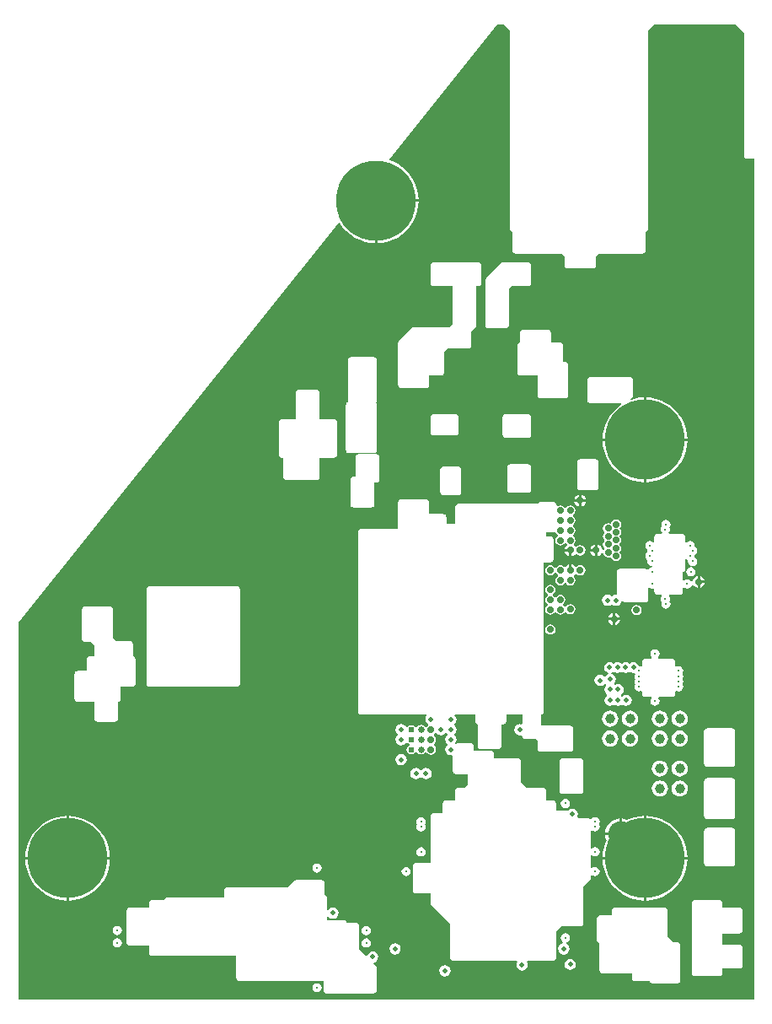
<source format=gtl>
G04*
G04 #@! TF.GenerationSoftware,Altium Limited,Altium Designer,20.1.7 (139)*
G04*
G04 Layer_Physical_Order=1*
G04 Layer_Color=255*
%FSLAX43Y43*%
%MOMM*%
G71*
G04*
G04 #@! TF.SameCoordinates,AD239F26-5203-4AEB-AFEB-DC15D5A8AAEF*
G04*
G04*
G04 #@! TF.FilePolarity,Positive*
G04*
G01*
G75*
%ADD20C,0.655*%
%ADD21C,0.605*%
%ADD22C,0.500*%
%ADD23C,0.705*%
%ADD24C,1.000*%
%ADD25C,8.000*%
%ADD26C,2.600*%
%ADD27C,0.300*%
%ADD28C,0.705*%
G36*
X9944Y82873D02*
Y70500D01*
X9967Y70383D01*
X10034Y70284D01*
X10133Y70217D01*
X10250Y70194D01*
X10944D01*
X10944Y-14194D01*
X-62944D01*
Y23643D01*
X-30793Y63790D01*
X-30635Y63784D01*
X-30382Y63405D01*
X-30014Y62986D01*
X-29595Y62618D01*
X-29132Y62308D01*
X-28631Y62061D01*
X-28103Y61882D01*
X-27556Y61773D01*
X-27127Y61745D01*
Y66000D01*
X-27000D01*
Y66127D01*
X-22745D01*
X-22773Y66556D01*
X-22882Y67103D01*
X-23061Y67631D01*
X-23308Y68132D01*
X-23618Y68595D01*
X-23986Y69014D01*
X-24405Y69382D01*
X-24868Y69692D01*
X-25369Y69939D01*
X-25634Y70029D01*
X-25678Y70178D01*
X-14853Y83694D01*
X-14127D01*
X-13556Y83123D01*
Y63250D01*
X-13556Y63250D01*
X-13533Y63133D01*
X-13466Y63034D01*
X-13306Y62873D01*
Y61000D01*
X-13283Y60883D01*
X-13216Y60784D01*
X-13117Y60717D01*
X-13000Y60694D01*
X-8377D01*
X-8056Y60373D01*
Y59500D01*
X-8033Y59383D01*
X-7966Y59284D01*
X-7867Y59217D01*
X-7750Y59194D01*
X-5250D01*
X-5133Y59217D01*
X-5034Y59284D01*
X-4967Y59383D01*
X-4944Y59500D01*
Y60373D01*
X-4623Y60694D01*
X-250D01*
X-133Y60717D01*
X-34Y60784D01*
X33Y60883D01*
X56Y61000D01*
Y62873D01*
X216Y63034D01*
X283Y63133D01*
X306Y63250D01*
X306Y63250D01*
Y83123D01*
X877Y83694D01*
X9123D01*
X9944Y82873D01*
D02*
G37*
%LPC*%
G36*
X-22745Y65873D02*
X-26873D01*
Y61745D01*
X-26444Y61773D01*
X-25897Y61882D01*
X-25369Y62061D01*
X-24868Y62308D01*
X-24405Y62618D01*
X-23986Y62986D01*
X-23618Y63405D01*
X-23308Y63868D01*
X-23061Y64369D01*
X-22882Y64897D01*
X-22773Y65444D01*
X-22745Y65873D01*
D02*
G37*
G36*
X-11750Y59806D02*
X-14250D01*
X-14367Y59783D01*
X-14466Y59716D01*
X-14466Y59716D01*
X-15966Y58216D01*
X-16033Y58117D01*
X-16056Y58000D01*
X-16056Y58000D01*
Y53500D01*
X-16033Y53383D01*
X-15966Y53284D01*
X-15867Y53217D01*
X-15750Y53194D01*
X-14000D01*
X-13883Y53217D01*
X-13784Y53284D01*
X-13717Y53383D01*
X-13694Y53500D01*
Y57123D01*
X-13373Y57444D01*
X-11750D01*
X-11633Y57467D01*
X-11534Y57534D01*
X-11467Y57633D01*
X-11444Y57750D01*
Y59500D01*
X-11467Y59617D01*
X-11534Y59716D01*
X-11633Y59783D01*
X-11750Y59806D01*
D02*
G37*
G36*
X-16750D02*
X-21250D01*
X-21367Y59783D01*
X-21466Y59716D01*
X-21533Y59617D01*
X-21556Y59500D01*
Y57750D01*
X-21533Y57633D01*
X-21466Y57534D01*
X-21367Y57467D01*
X-21250Y57444D01*
X-19306D01*
Y53627D01*
X-19627Y53306D01*
X-23250D01*
X-23367Y53283D01*
X-23466Y53216D01*
X-23466Y53216D01*
X-24716Y51966D01*
X-24783Y51867D01*
X-24806Y51750D01*
X-24806Y51750D01*
Y47500D01*
X-24783Y47383D01*
X-24716Y47284D01*
X-24617Y47217D01*
X-24500Y47194D01*
X-22000D01*
X-21883Y47217D01*
X-21784Y47284D01*
X-21717Y47383D01*
X-21694Y47500D01*
Y48444D01*
X-20500D01*
X-20383Y48467D01*
X-20284Y48534D01*
X-20217Y48633D01*
X-20194Y48750D01*
Y50873D01*
X-19873Y51194D01*
X-17750D01*
X-17633Y51217D01*
X-17534Y51284D01*
X-17467Y51383D01*
X-17444Y51500D01*
Y52873D01*
X-17034Y53284D01*
X-16967Y53383D01*
X-16944Y53500D01*
X-16944Y53500D01*
Y57444D01*
X-16750D01*
X-16633Y57467D01*
X-16534Y57534D01*
X-16467Y57633D01*
X-16444Y57750D01*
Y59500D01*
X-16467Y59617D01*
X-16534Y59716D01*
X-16633Y59783D01*
X-16750Y59806D01*
D02*
G37*
G36*
X-9750Y53056D02*
X-12250D01*
X-12367Y53033D01*
X-12466Y52966D01*
X-12533Y52867D01*
X-12556Y52750D01*
Y51795D01*
X-12617Y51783D01*
X-12716Y51716D01*
X-12783Y51617D01*
X-12806Y51500D01*
Y48750D01*
X-12783Y48633D01*
X-12716Y48534D01*
X-12617Y48467D01*
X-12500Y48444D01*
X-10806D01*
Y46500D01*
X-10783Y46383D01*
X-10716Y46284D01*
X-10617Y46217D01*
X-10500Y46194D01*
X-8000D01*
X-7883Y46217D01*
X-7784Y46284D01*
X-7717Y46383D01*
X-7694Y46500D01*
Y49500D01*
X-7717Y49617D01*
X-7784Y49716D01*
X-7883Y49783D01*
X-8000Y49806D01*
X-8194D01*
Y51500D01*
X-8217Y51617D01*
X-8284Y51716D01*
X-8383Y51783D01*
X-8500Y51806D01*
X-9444D01*
Y52750D01*
X-9467Y52867D01*
X-9534Y52966D01*
X-9633Y53033D01*
X-9750Y53056D01*
D02*
G37*
G36*
X-19000Y44556D02*
X-21250D01*
X-21367Y44533D01*
X-21466Y44466D01*
X-21533Y44367D01*
X-21556Y44250D01*
Y42750D01*
X-21533Y42633D01*
X-21466Y42534D01*
X-21367Y42467D01*
X-21250Y42444D01*
X-19000D01*
X-18883Y42467D01*
X-18784Y42534D01*
X-18717Y42633D01*
X-18694Y42750D01*
Y44250D01*
X-18717Y44367D01*
X-18784Y44466D01*
X-18883Y44533D01*
X-19000Y44556D01*
D02*
G37*
G36*
X-11750D02*
X-14000D01*
X-14117Y44533D01*
X-14216Y44466D01*
X-14283Y44367D01*
X-14306Y44250D01*
Y42500D01*
X-14283Y42383D01*
X-14216Y42284D01*
X-14117Y42217D01*
X-14000Y42194D01*
X-11750D01*
X-11633Y42217D01*
X-11534Y42284D01*
X-11467Y42383D01*
X-11444Y42500D01*
Y44250D01*
X-11467Y44367D01*
X-11534Y44466D01*
X-11633Y44533D01*
X-11750Y44556D01*
D02*
G37*
G36*
X127Y46255D02*
Y42127D01*
X4255D01*
X4227Y42556D01*
X4118Y43103D01*
X3939Y43631D01*
X3692Y44132D01*
X3382Y44595D01*
X3014Y45014D01*
X2595Y45382D01*
X2132Y45692D01*
X1631Y45939D01*
X1103Y46118D01*
X556Y46227D01*
X127Y46255D01*
D02*
G37*
G36*
X-1500Y48306D02*
X-5500D01*
X-5617Y48283D01*
X-5716Y48216D01*
X-5783Y48117D01*
X-5806Y48000D01*
Y46000D01*
X-5783Y45883D01*
X-5716Y45784D01*
X-5617Y45717D01*
X-5500Y45694D01*
X-2357D01*
X-2318Y45567D01*
X-2595Y45382D01*
X-3014Y45014D01*
X-3382Y44595D01*
X-3692Y44132D01*
X-3939Y43631D01*
X-4118Y43103D01*
X-4227Y42556D01*
X-4255Y42127D01*
X-127D01*
Y46255D01*
X-556Y46227D01*
X-1103Y46118D01*
X-1363Y46030D01*
X-1430Y46138D01*
X-1284Y46284D01*
X-1217Y46383D01*
X-1194Y46500D01*
X-1194Y46500D01*
Y48000D01*
X-1217Y48117D01*
X-1284Y48216D01*
X-1383Y48283D01*
X-1500Y48306D01*
D02*
G37*
G36*
X-27250Y50306D02*
X-29500D01*
X-29617Y50283D01*
X-29716Y50216D01*
X-29783Y50117D01*
X-29806Y50000D01*
Y46000D01*
X-29783Y45883D01*
X-29867Y45783D01*
X-29966Y45716D01*
X-30033Y45617D01*
X-30056Y45500D01*
Y41000D01*
X-30033Y40883D01*
X-29966Y40784D01*
X-29867Y40717D01*
X-29750Y40694D01*
X-27250D01*
X-27133Y40717D01*
X-27034Y40784D01*
X-26967Y40883D01*
X-26944Y41000D01*
Y45500D01*
X-26967Y45617D01*
X-27034Y45716D01*
Y45784D01*
X-26967Y45883D01*
X-26944Y46000D01*
Y50000D01*
X-26967Y50117D01*
X-27034Y50216D01*
X-27133Y50283D01*
X-27250Y50306D01*
D02*
G37*
G36*
X-33000Y47056D02*
X-34750D01*
X-34867Y47033D01*
X-34966Y46966D01*
X-35033Y46867D01*
X-35056Y46750D01*
Y44056D01*
X-36500D01*
X-36617Y44033D01*
X-36716Y43966D01*
X-36783Y43867D01*
X-36806Y43750D01*
Y40500D01*
X-36783Y40383D01*
X-36716Y40284D01*
X-36617Y40217D01*
X-36500Y40194D01*
X-36306D01*
Y38250D01*
X-36283Y38133D01*
X-36216Y38034D01*
X-36117Y37967D01*
X-36000Y37944D01*
X-33000D01*
X-32883Y37967D01*
X-32784Y38034D01*
X-32717Y38133D01*
X-32694Y38250D01*
Y40194D01*
X-31250D01*
X-31133Y40217D01*
X-31034Y40284D01*
X-30967Y40383D01*
X-30944Y40500D01*
Y43750D01*
X-30967Y43867D01*
X-31034Y43966D01*
X-31133Y44033D01*
X-31250Y44056D01*
X-32694D01*
Y46750D01*
X-32717Y46867D01*
X-32784Y46966D01*
X-32883Y47033D01*
X-33000Y47056D01*
D02*
G37*
G36*
X4255Y41873D02*
X127D01*
Y37745D01*
X556Y37773D01*
X1103Y37882D01*
X1631Y38061D01*
X2132Y38308D01*
X2595Y38618D01*
X3014Y38986D01*
X3382Y39405D01*
X3692Y39868D01*
X3939Y40369D01*
X4118Y40897D01*
X4227Y41444D01*
X4255Y41873D01*
D02*
G37*
G36*
X-127D02*
X-4255D01*
X-4227Y41444D01*
X-4118Y40897D01*
X-3939Y40369D01*
X-3692Y39868D01*
X-3382Y39405D01*
X-3014Y38986D01*
X-2595Y38618D01*
X-2132Y38308D01*
X-1631Y38061D01*
X-1103Y37882D01*
X-556Y37773D01*
X-127Y37745D01*
Y41873D01*
D02*
G37*
G36*
X-5000Y40056D02*
X-6500D01*
X-6617Y40033D01*
X-6716Y39966D01*
X-6783Y39867D01*
X-6806Y39750D01*
Y37250D01*
X-6783Y37133D01*
X-6716Y37034D01*
X-6617Y36967D01*
X-6500Y36944D01*
X-5000D01*
X-4883Y36967D01*
X-4784Y37034D01*
X-4717Y37133D01*
X-4694Y37250D01*
Y39750D01*
X-4717Y39867D01*
X-4784Y39966D01*
X-4883Y40033D01*
X-5000Y40056D01*
D02*
G37*
G36*
X-11750Y39556D02*
X-13500D01*
X-13617Y39533D01*
X-13716Y39466D01*
X-13783Y39367D01*
X-13806Y39250D01*
Y37000D01*
X-13783Y36883D01*
X-13716Y36784D01*
X-13617Y36717D01*
X-13500Y36694D01*
X-11750D01*
X-11633Y36717D01*
X-11534Y36784D01*
X-11467Y36883D01*
X-11444Y37000D01*
Y39250D01*
X-11467Y39367D01*
X-11534Y39466D01*
X-11633Y39533D01*
X-11750Y39556D01*
D02*
G37*
G36*
X-18750Y39306D02*
X-20250D01*
X-20367Y39283D01*
X-20466Y39216D01*
X-20533Y39117D01*
X-20556Y39000D01*
Y36750D01*
X-20533Y36633D01*
X-20466Y36534D01*
X-20367Y36467D01*
X-20250Y36444D01*
X-18750D01*
X-18633Y36467D01*
X-18534Y36534D01*
X-18467Y36633D01*
X-18444Y36750D01*
Y39000D01*
X-18467Y39117D01*
X-18534Y39216D01*
X-18633Y39283D01*
X-18750Y39306D01*
D02*
G37*
G36*
X-6373Y36493D02*
Y36027D01*
X-5907D01*
X-5929Y36137D01*
X-6063Y36337D01*
X-6263Y36471D01*
X-6373Y36493D01*
D02*
G37*
G36*
X-6627D02*
X-6737Y36471D01*
X-6937Y36337D01*
X-7071Y36137D01*
X-7093Y36027D01*
X-6627D01*
Y36493D01*
D02*
G37*
G36*
X-5907Y35773D02*
X-6373D01*
Y35307D01*
X-6263Y35329D01*
X-6063Y35463D01*
X-5929Y35663D01*
X-5907Y35773D01*
D02*
G37*
G36*
X-6627D02*
X-7093D01*
X-7071Y35663D01*
X-6937Y35463D01*
X-6737Y35329D01*
X-6627Y35307D01*
Y35773D01*
D02*
G37*
G36*
X-27000Y40556D02*
X-28750D01*
X-28867Y40533D01*
X-28966Y40466D01*
X-29033Y40367D01*
X-29056Y40250D01*
Y38306D01*
X-29250D01*
X-29367Y38283D01*
X-29466Y38216D01*
X-29533Y38117D01*
X-29556Y38000D01*
Y35500D01*
X-29533Y35383D01*
X-29466Y35284D01*
X-29367Y35217D01*
X-29250Y35194D01*
X-27500D01*
X-27383Y35217D01*
X-27284Y35284D01*
X-27217Y35383D01*
X-27194Y35500D01*
Y37694D01*
X-27000D01*
X-26883Y37717D01*
X-26784Y37784D01*
X-26717Y37883D01*
X-26694Y38000D01*
Y40250D01*
X-26717Y40367D01*
X-26784Y40466D01*
X-26883Y40533D01*
X-27000Y40556D01*
D02*
G37*
G36*
X-2900Y34015D02*
X-3097Y33976D01*
X-3264Y33864D01*
X-3376Y33697D01*
X-3390Y33622D01*
X-3427Y33607D01*
X-3528Y33581D01*
X-3700Y33615D01*
X-3897Y33576D01*
X-4064Y33464D01*
X-4176Y33297D01*
X-4215Y33100D01*
X-4176Y32903D01*
X-4064Y32736D01*
Y32664D01*
X-4176Y32497D01*
X-4215Y32300D01*
X-4176Y32103D01*
X-4101Y31992D01*
X-4074Y31900D01*
X-4101Y31808D01*
X-4176Y31697D01*
X-4215Y31500D01*
X-4176Y31303D01*
X-4064Y31136D01*
Y31064D01*
X-4157Y30924D01*
X-4270Y30931D01*
X-4289Y30938D01*
X-4329Y31137D01*
X-4463Y31337D01*
X-4663Y31471D01*
X-4773Y31493D01*
Y30900D01*
Y30307D01*
X-4663Y30329D01*
X-4463Y30463D01*
X-4335Y30654D01*
X-4297Y30658D01*
X-4203Y30643D01*
X-4176Y30503D01*
X-4064Y30336D01*
X-3897Y30224D01*
X-3700Y30185D01*
X-3519Y30221D01*
X-3472Y30217D01*
X-3381Y30179D01*
X-3376Y30153D01*
X-3264Y29986D01*
X-3097Y29874D01*
X-2900Y29835D01*
X-2703Y29874D01*
X-2536Y29986D01*
X-2424Y30153D01*
X-2385Y30350D01*
X-2424Y30547D01*
X-2536Y30714D01*
Y30736D01*
X-2424Y30903D01*
X-2385Y31100D01*
X-2424Y31297D01*
X-2536Y31464D01*
Y31586D01*
X-2424Y31753D01*
X-2385Y31950D01*
X-2424Y32147D01*
X-2536Y32314D01*
Y32386D01*
X-2424Y32553D01*
X-2385Y32750D01*
X-2424Y32947D01*
X-2536Y33114D01*
Y33136D01*
X-2424Y33303D01*
X-2385Y33500D01*
X-2424Y33697D01*
X-2536Y33864D01*
X-2703Y33976D01*
X-2900Y34015D01*
D02*
G37*
G36*
X2100Y33964D02*
X1923Y33928D01*
X1772Y33828D01*
X1672Y33677D01*
X1636Y33500D01*
X1672Y33323D01*
X1695Y33287D01*
X1622Y33177D01*
X1586Y33000D01*
X1622Y32823D01*
X1715Y32683D01*
X1702Y32630D01*
X1667Y32556D01*
X1250D01*
X1133Y32533D01*
X1034Y32466D01*
X967Y32367D01*
X944Y32250D01*
Y31783D01*
X870Y31748D01*
X817Y31735D01*
X677Y31828D01*
X500Y31864D01*
X323Y31828D01*
X172Y31728D01*
X72Y31577D01*
X36Y31400D01*
X72Y31223D01*
X172Y31072D01*
X268Y31008D01*
X236Y30850D01*
X259Y30736D01*
X172Y30678D01*
X72Y30527D01*
X36Y30350D01*
X72Y30173D01*
X172Y30022D01*
X268Y29958D01*
X236Y29800D01*
X272Y29623D01*
X372Y29472D01*
X523Y29372D01*
X700Y29336D01*
X703Y29337D01*
X778Y29275D01*
X703Y29213D01*
X700Y29214D01*
X523Y29178D01*
X372Y29078D01*
X333Y29020D01*
X216Y28966D01*
X117Y29033D01*
X0Y29056D01*
X-2500D01*
X-2617Y29033D01*
X-2716Y28966D01*
X-2783Y28867D01*
X-2806Y28750D01*
Y26700D01*
X-2799Y26666D01*
X-2798Y26631D01*
X-2788Y26608D01*
X-2783Y26583D01*
X-2774Y26570D01*
X-2792Y26522D01*
X-2842Y26464D01*
X-2854Y26457D01*
X-2900Y26466D01*
X-3116Y26423D01*
X-3300Y26300D01*
X-3350D01*
X-3534Y26423D01*
X-3750Y26466D01*
X-3966Y26423D01*
X-4150Y26300D01*
X-4273Y26116D01*
X-4316Y25900D01*
X-4273Y25684D01*
X-4150Y25500D01*
X-3966Y25377D01*
X-3750Y25334D01*
X-3534Y25377D01*
X-3350Y25500D01*
X-3300D01*
X-3116Y25377D01*
X-2900Y25334D01*
X-2684Y25377D01*
X-2500Y25500D01*
X-2377Y25684D01*
X-2362Y25762D01*
X-2312Y25789D01*
X-2252Y25801D01*
X-2225Y25797D01*
X-2216Y25784D01*
X-2187Y25764D01*
X-2162Y25740D01*
X-2138Y25732D01*
X-2117Y25717D01*
X-2083Y25711D01*
X-2050Y25698D01*
X-2025Y25699D01*
X-2000Y25694D01*
X0D01*
X117Y25717D01*
X216Y25784D01*
X283Y25883D01*
X306Y26000D01*
Y27114D01*
X433Y27181D01*
X523Y27122D01*
X700Y27086D01*
X817Y27110D01*
X944Y27025D01*
Y26750D01*
X967Y26633D01*
X1034Y26534D01*
X1133Y26467D01*
X1250Y26444D01*
X1667D01*
X1702Y26370D01*
X1715Y26317D01*
X1622Y26177D01*
X1586Y26000D01*
X1622Y25823D01*
X1695Y25713D01*
X1672Y25677D01*
X1636Y25500D01*
X1672Y25323D01*
X1772Y25172D01*
X1923Y25072D01*
X2100Y25036D01*
X2277Y25072D01*
X2428Y25172D01*
X2528Y25323D01*
X2564Y25500D01*
X2528Y25677D01*
X2455Y25787D01*
X2478Y25823D01*
X2514Y26000D01*
X2478Y26177D01*
X2385Y26317D01*
X2398Y26370D01*
X2433Y26444D01*
X3500D01*
X3617Y26467D01*
X3716Y26534D01*
X3783Y26633D01*
X3806Y26750D01*
Y27167D01*
X3880Y27202D01*
X3933Y27215D01*
X4073Y27122D01*
X4250Y27086D01*
X4427Y27122D01*
X4578Y27222D01*
X4678Y27373D01*
X4703Y27495D01*
X4799Y27509D01*
X4834Y27505D01*
X4963Y27313D01*
X5163Y27179D01*
X5273Y27157D01*
Y27750D01*
Y28343D01*
X5163Y28321D01*
X4963Y28187D01*
X4829Y27987D01*
X4788Y27780D01*
X4661Y27753D01*
X4578Y27878D01*
X4427Y27978D01*
X4250Y28014D01*
X4073Y27978D01*
X3933Y27885D01*
X3880Y27898D01*
X3806Y27933D01*
Y28705D01*
X3867Y28717D01*
X3966Y28784D01*
X4033Y28883D01*
X4056Y29000D01*
Y30005D01*
X4183Y30043D01*
X4197Y30022D01*
X4337Y29929D01*
X4311Y29800D01*
X4347Y29623D01*
X4447Y29472D01*
X4598Y29372D01*
X4775Y29336D01*
X4952Y29372D01*
X5103Y29472D01*
X5203Y29623D01*
X5239Y29800D01*
X5203Y29977D01*
X5103Y30128D01*
X4963Y30221D01*
X4989Y30350D01*
X4972Y30435D01*
X5103Y30522D01*
X5203Y30673D01*
X5239Y30850D01*
X5203Y31027D01*
X5103Y31178D01*
X4963Y31271D01*
X4989Y31400D01*
X4953Y31577D01*
X4853Y31728D01*
X4702Y31828D01*
X4525Y31864D01*
X4348Y31828D01*
X4197Y31728D01*
X4183Y31707D01*
X4056Y31745D01*
Y32250D01*
X4033Y32367D01*
X3966Y32466D01*
X3867Y32533D01*
X3750Y32556D01*
X2433D01*
X2398Y32630D01*
X2385Y32683D01*
X2478Y32823D01*
X2514Y33000D01*
X2478Y33177D01*
X2455Y33213D01*
X2528Y33323D01*
X2564Y33500D01*
X2528Y33677D01*
X2428Y33828D01*
X2277Y33928D01*
X2100Y33964D01*
D02*
G37*
G36*
X-5027Y31493D02*
X-5137Y31471D01*
X-5337Y31337D01*
X-5471Y31137D01*
X-5493Y31027D01*
X-5027D01*
Y31493D01*
D02*
G37*
G36*
X-22000Y36056D02*
X-24500D01*
X-24617Y36033D01*
X-24716Y35966D01*
X-24783Y35867D01*
X-24806Y35750D01*
Y33056D01*
X-28500D01*
X-28617Y33033D01*
X-28716Y32966D01*
X-28783Y32867D01*
X-28806Y32750D01*
Y14750D01*
X-28783Y14633D01*
X-28716Y14534D01*
X-28617Y14467D01*
X-28500Y14444D01*
X-21970D01*
X-21922Y14317D01*
X-22023Y14166D01*
X-22066Y13950D01*
X-22023Y13734D01*
X-21900Y13550D01*
X-21782Y13471D01*
X-21780Y13320D01*
X-21864Y13264D01*
X-21941Y13149D01*
X-22086Y13144D01*
X-22154Y13246D01*
X-22313Y13352D01*
X-22500Y13389D01*
X-22687Y13352D01*
X-22846Y13246D01*
X-22946Y13097D01*
X-23011Y13087D01*
X-23081Y13091D01*
X-23172Y13228D01*
X-23323Y13329D01*
X-23500Y13364D01*
X-23677Y13329D01*
X-23828Y13228D01*
X-23868Y13168D01*
X-24016Y13175D01*
X-24100Y13300D01*
X-24284Y13423D01*
X-24500Y13466D01*
X-24716Y13423D01*
X-24900Y13300D01*
X-25023Y13116D01*
X-25066Y12900D01*
X-25023Y12684D01*
X-24900Y12500D01*
X-24845Y12464D01*
Y12337D01*
X-24900Y12300D01*
X-25023Y12116D01*
X-25066Y11900D01*
X-25023Y11684D01*
X-24900Y11500D01*
X-24716Y11377D01*
X-24500Y11334D01*
X-24284Y11377D01*
X-24100Y11500D01*
X-24016Y11625D01*
X-23868Y11632D01*
X-23828Y11572D01*
X-23677Y11471D01*
X-23644Y11465D01*
Y11335D01*
X-23677Y11329D01*
X-23828Y11228D01*
X-23929Y11077D01*
X-23964Y10900D01*
X-23929Y10723D01*
X-23828Y10572D01*
X-23677Y10472D01*
X-23500Y10436D01*
X-23323Y10472D01*
X-23172Y10572D01*
X-23081Y10709D01*
X-23011Y10713D01*
X-22946Y10703D01*
X-22846Y10554D01*
X-22687Y10448D01*
X-22500Y10411D01*
X-22313Y10448D01*
X-22154Y10554D01*
X-22086Y10656D01*
X-21941Y10651D01*
X-21864Y10536D01*
X-21697Y10424D01*
X-21500Y10385D01*
X-21303Y10424D01*
X-21136Y10536D01*
X-21024Y10703D01*
X-20985Y10900D01*
X-21024Y11097D01*
X-21136Y11264D01*
X-21225Y11324D01*
Y11476D01*
X-21136Y11536D01*
X-21024Y11703D01*
X-20985Y11900D01*
X-21024Y12097D01*
X-21136Y12264D01*
X-21225Y12324D01*
Y12476D01*
X-21136Y12536D01*
X-21106Y12580D01*
X-20954D01*
X-20900Y12500D01*
X-20716Y12377D01*
X-20500Y12334D01*
X-20284Y12377D01*
X-20100Y12500D01*
X-20063Y12555D01*
X-19937D01*
X-19900Y12500D01*
X-19845Y12464D01*
Y12337D01*
X-19900Y12300D01*
X-20023Y12116D01*
X-20066Y11900D01*
X-20023Y11684D01*
X-19900Y11500D01*
X-19845Y11464D01*
Y11337D01*
X-19900Y11300D01*
X-20023Y11116D01*
X-20066Y10900D01*
X-20023Y10684D01*
X-19900Y10500D01*
X-19716Y10377D01*
X-19500Y10334D01*
X-19426Y10349D01*
X-19397Y10338D01*
X-19306Y10243D01*
Y8750D01*
X-19283Y8633D01*
X-19216Y8534D01*
X-19117Y8467D01*
X-19000Y8444D01*
X-17806D01*
Y7377D01*
X-18127Y7056D01*
X-18750D01*
X-18867Y7033D01*
X-18966Y6966D01*
X-19033Y6867D01*
X-19056Y6750D01*
Y5806D01*
X-20000D01*
X-20117Y5783D01*
X-20216Y5716D01*
X-20283Y5617D01*
X-20306Y5500D01*
Y4556D01*
X-21250D01*
X-21367Y4533D01*
X-21466Y4466D01*
X-21533Y4367D01*
X-21556Y4250D01*
Y-444D01*
X-23000D01*
X-23117Y-467D01*
X-23216Y-534D01*
X-23283Y-633D01*
X-23306Y-750D01*
Y-3250D01*
X-23283Y-3367D01*
X-23216Y-3466D01*
X-23117Y-3533D01*
X-23000Y-3556D01*
X-21556D01*
Y-4500D01*
X-21556Y-4500D01*
X-21533Y-4617D01*
X-21466Y-4716D01*
X-21466Y-4716D01*
X-19556Y-6627D01*
Y-10000D01*
X-19533Y-10117D01*
X-19466Y-10216D01*
X-19367Y-10283D01*
X-19250Y-10306D01*
X-12889D01*
X-12829Y-10418D01*
X-12873Y-10484D01*
X-12916Y-10700D01*
X-12873Y-10916D01*
X-12750Y-11100D01*
X-12566Y-11223D01*
X-12350Y-11266D01*
X-12134Y-11223D01*
X-11950Y-11100D01*
X-11827Y-10916D01*
X-11784Y-10700D01*
X-11827Y-10484D01*
X-11871Y-10418D01*
X-11811Y-10306D01*
X-9250D01*
X-9133Y-10283D01*
X-9034Y-10216D01*
X-8967Y-10117D01*
X-8944Y-10000D01*
Y-7377D01*
X-8373Y-6806D01*
X-6500D01*
X-6383Y-6783D01*
X-6284Y-6716D01*
X-6217Y-6617D01*
X-6194Y-6500D01*
Y-2877D01*
X-5534Y-2216D01*
X-5467Y-2117D01*
X-5444Y-2000D01*
X-5444Y-2000D01*
Y-1733D01*
X-5370Y-1698D01*
X-5317Y-1685D01*
X-5177Y-1778D01*
X-5000Y-1814D01*
X-4823Y-1778D01*
X-4672Y-1678D01*
X-4572Y-1527D01*
X-4536Y-1350D01*
X-4572Y-1173D01*
X-4672Y-1022D01*
X-4823Y-922D01*
X-5000Y-886D01*
X-5177Y-922D01*
X-5317Y-1015D01*
X-5370Y-1002D01*
X-5444Y-967D01*
Y267D01*
X-5370Y302D01*
X-5317Y315D01*
X-5177Y222D01*
X-5000Y186D01*
X-4823Y222D01*
X-4672Y322D01*
X-4572Y473D01*
X-4536Y650D01*
X-4572Y827D01*
X-4672Y978D01*
X-4823Y1078D01*
X-5000Y1114D01*
X-5177Y1078D01*
X-5317Y985D01*
X-5370Y998D01*
X-5444Y1033D01*
Y2767D01*
X-5370Y2802D01*
X-5317Y2815D01*
X-5177Y2722D01*
X-5000Y2686D01*
X-4823Y2722D01*
X-4672Y2822D01*
X-4572Y2973D01*
X-4536Y3150D01*
X-4572Y3327D01*
X-4620Y3400D01*
X-4572Y3473D01*
X-4536Y3650D01*
X-4572Y3827D01*
X-4672Y3978D01*
X-4823Y4078D01*
X-5000Y4114D01*
X-5177Y4078D01*
X-5328Y3978D01*
X-5360Y3930D01*
X-5511Y3932D01*
X-5534Y3966D01*
X-5633Y4033D01*
X-5750Y4056D01*
X-6728D01*
X-6788Y4168D01*
X-6777Y4184D01*
X-6734Y4400D01*
X-6777Y4616D01*
X-6900Y4800D01*
X-7084Y4923D01*
X-7300Y4966D01*
X-7516Y4923D01*
X-7700Y4800D01*
X-7702Y4796D01*
X-7750Y4806D01*
X-8944D01*
Y5500D01*
X-8967Y5617D01*
X-9034Y5716D01*
X-9133Y5783D01*
X-9250Y5806D01*
X-9944D01*
Y6750D01*
X-9967Y6867D01*
X-10034Y6966D01*
X-10133Y7033D01*
X-10250Y7056D01*
X-11873D01*
X-12444Y7627D01*
Y9750D01*
X-12467Y9867D01*
X-12534Y9966D01*
X-12633Y10033D01*
X-12750Y10056D01*
X-15194D01*
Y10500D01*
X-15217Y10617D01*
X-15284Y10716D01*
X-15383Y10783D01*
X-15500Y10806D01*
X-17194D01*
Y11250D01*
X-17217Y11367D01*
X-17284Y11466D01*
X-17383Y11533D01*
X-17500Y11556D01*
X-18750D01*
X-18770Y11552D01*
X-18791Y11553D01*
X-18828Y11540D01*
X-18867Y11533D01*
X-18884Y11521D01*
X-18904Y11514D01*
X-18934Y11488D01*
X-18966Y11466D01*
X-18978Y11449D01*
X-18984Y11444D01*
X-19055Y11450D01*
X-19071Y11544D01*
X-18977Y11684D01*
X-18934Y11900D01*
X-18977Y12116D01*
X-19100Y12300D01*
X-19155Y12337D01*
Y12464D01*
X-19100Y12500D01*
X-18977Y12684D01*
X-18934Y12900D01*
X-18977Y13116D01*
X-19100Y13300D01*
X-19155Y13337D01*
Y13464D01*
X-19100Y13500D01*
X-18977Y13684D01*
X-18934Y13900D01*
X-18977Y14116D01*
X-19100Y14300D01*
X-19126Y14317D01*
X-19087Y14444D01*
X-17056D01*
Y13750D01*
X-17033Y13633D01*
X-16966Y13534D01*
X-16867Y13467D01*
X-16806Y13455D01*
Y11250D01*
X-16783Y11133D01*
X-16716Y11034D01*
X-16617Y10967D01*
X-16500Y10944D01*
X-14750D01*
X-14633Y10967D01*
X-14534Y11034D01*
X-14467Y11133D01*
X-14444Y11250D01*
Y13444D01*
X-14250D01*
X-14133Y13467D01*
X-14034Y13534D01*
X-13967Y13633D01*
X-13944Y13750D01*
Y14444D01*
X-12306Y14444D01*
Y13545D01*
X-12433Y13442D01*
X-12550Y13466D01*
X-12766Y13423D01*
X-12950Y13300D01*
X-13073Y13116D01*
X-13116Y12900D01*
X-13073Y12684D01*
X-12950Y12500D01*
X-12766Y12377D01*
X-12550Y12334D01*
X-12433Y12358D01*
X-12306Y12255D01*
Y12250D01*
X-12283Y12133D01*
X-12216Y12034D01*
X-12117Y11967D01*
X-12000Y11944D01*
X-10904Y11944D01*
X-10806Y11846D01*
Y11000D01*
X-10783Y10883D01*
X-10716Y10784D01*
X-10617Y10717D01*
X-10500Y10694D01*
X-7500D01*
X-7383Y10717D01*
X-7284Y10784D01*
X-7217Y10883D01*
X-7194Y11000D01*
Y13000D01*
X-7217Y13117D01*
X-7284Y13216D01*
X-7383Y13283D01*
X-7500Y13306D01*
X-10373D01*
X-10444Y13377D01*
Y14455D01*
X-10383Y14467D01*
X-10284Y14534D01*
X-10217Y14633D01*
X-10194Y14750D01*
Y29694D01*
X-9500D01*
X-9383Y29717D01*
X-9284Y29784D01*
X-9217Y29883D01*
X-9194Y30000D01*
Y32000D01*
X-9217Y32117D01*
X-9284Y32216D01*
X-9383Y32283D01*
X-9500Y32306D01*
X-9944D01*
Y32694D01*
X-9200Y32694D01*
X-9107Y32713D01*
X-8976Y32703D01*
X-8864Y32536D01*
X-8775Y32476D01*
Y32324D01*
X-8864Y32264D01*
X-8976Y32097D01*
X-9015Y31900D01*
X-8976Y31703D01*
X-8864Y31536D01*
X-8697Y31424D01*
X-8500Y31385D01*
X-8303Y31424D01*
X-8136Y31536D01*
X-8076Y31625D01*
X-7924D01*
X-7864Y31536D01*
X-7847Y31525D01*
Y31398D01*
X-7937Y31337D01*
X-8071Y31137D01*
X-8093Y31027D01*
X-7500D01*
Y30900D01*
X-7373D01*
Y30307D01*
X-7263Y30329D01*
X-7063Y30463D01*
X-7002Y30553D01*
X-6875D01*
X-6864Y30536D01*
X-6697Y30424D01*
X-6500Y30385D01*
X-6303Y30424D01*
X-6136Y30536D01*
X-6024Y30703D01*
X-5985Y30900D01*
X-6024Y31097D01*
X-6136Y31264D01*
X-6303Y31376D01*
X-6500Y31415D01*
X-6697Y31376D01*
X-6864Y31264D01*
X-6875Y31247D01*
X-7002D01*
X-7063Y31337D01*
X-7153Y31398D01*
Y31525D01*
X-7136Y31536D01*
X-7024Y31703D01*
X-6985Y31900D01*
X-7024Y32097D01*
X-7136Y32264D01*
X-7225Y32324D01*
Y32476D01*
X-7136Y32536D01*
X-7024Y32703D01*
X-6985Y32900D01*
X-7024Y33097D01*
X-7136Y33264D01*
X-7225Y33324D01*
Y33476D01*
X-7136Y33536D01*
X-7024Y33703D01*
X-6985Y33900D01*
X-7024Y34097D01*
X-7136Y34264D01*
X-7225Y34324D01*
Y34476D01*
X-7136Y34536D01*
X-7024Y34703D01*
X-6985Y34900D01*
X-7024Y35097D01*
X-7136Y35264D01*
X-7303Y35376D01*
X-7500Y35415D01*
X-7697Y35376D01*
X-7864Y35264D01*
X-7924Y35175D01*
X-8076D01*
X-8136Y35264D01*
X-8303Y35376D01*
X-8500Y35415D01*
X-8697Y35376D01*
X-8767Y35329D01*
X-8894Y35397D01*
Y35500D01*
X-8917Y35617D01*
X-8984Y35716D01*
X-9083Y35783D01*
X-9200Y35806D01*
X-10500Y35806D01*
X-10617Y35783D01*
X-10716Y35716D01*
X-10783Y35617D01*
X-10795Y35556D01*
X-18750D01*
X-18867Y35533D01*
X-18966Y35466D01*
X-19033Y35367D01*
X-19056Y35250D01*
Y33556D01*
X-19944D01*
Y34250D01*
X-19967Y34367D01*
X-20034Y34466D01*
X-20133Y34533D01*
X-20250Y34556D01*
X-21694D01*
Y35750D01*
X-21717Y35867D01*
X-21784Y35966D01*
X-21883Y36033D01*
X-22000Y36056D01*
D02*
G37*
G36*
X-5027Y30773D02*
X-5493D01*
X-5471Y30663D01*
X-5337Y30463D01*
X-5137Y30329D01*
X-5027Y30307D01*
Y30773D01*
D02*
G37*
G36*
X-7627D02*
X-8093D01*
X-8071Y30663D01*
X-7937Y30463D01*
X-7737Y30329D01*
X-7627Y30307D01*
Y30773D01*
D02*
G37*
G36*
X-7373Y29493D02*
Y28900D01*
X-7627D01*
Y29493D01*
X-7737Y29471D01*
X-7937Y29337D01*
X-7998Y29247D01*
X-8125D01*
X-8136Y29264D01*
X-8303Y29376D01*
X-8500Y29415D01*
X-8697Y29376D01*
X-8864Y29264D01*
X-8924Y29175D01*
X-9076D01*
X-9136Y29264D01*
X-9303Y29376D01*
X-9500Y29415D01*
X-9697Y29376D01*
X-9864Y29264D01*
X-9976Y29097D01*
X-10015Y28900D01*
X-9976Y28703D01*
X-9864Y28536D01*
X-9697Y28424D01*
X-9500Y28385D01*
X-9303Y28424D01*
X-9136Y28536D01*
X-9076Y28625D01*
X-8924D01*
X-8864Y28536D01*
X-8775Y28476D01*
Y28324D01*
X-8864Y28264D01*
X-8976Y28097D01*
X-9015Y27900D01*
X-8976Y27703D01*
X-8864Y27536D01*
X-8697Y27424D01*
X-8500Y27385D01*
X-8303Y27424D01*
X-8136Y27536D01*
X-8076Y27625D01*
X-7924D01*
X-7864Y27536D01*
X-7697Y27424D01*
X-7500Y27385D01*
X-7303Y27424D01*
X-7136Y27536D01*
X-7024Y27703D01*
X-6985Y27900D01*
X-7024Y28097D01*
X-7136Y28264D01*
X-7153Y28275D01*
Y28402D01*
X-7063Y28463D01*
X-7002Y28553D01*
X-6875D01*
X-6864Y28536D01*
X-6697Y28424D01*
X-6500Y28385D01*
X-6303Y28424D01*
X-6136Y28536D01*
X-6024Y28703D01*
X-5985Y28900D01*
X-6024Y29097D01*
X-6136Y29264D01*
X-6303Y29376D01*
X-6500Y29415D01*
X-6697Y29376D01*
X-6864Y29264D01*
X-6875Y29247D01*
X-7002D01*
X-7063Y29337D01*
X-7263Y29471D01*
X-7373Y29493D01*
D02*
G37*
G36*
X4600Y29214D02*
X4423Y29178D01*
X4272Y29078D01*
X4172Y28927D01*
X4136Y28750D01*
X4172Y28573D01*
X4272Y28422D01*
X4423Y28322D01*
X4600Y28286D01*
X4777Y28322D01*
X4928Y28422D01*
X5028Y28573D01*
X5064Y28750D01*
X5028Y28927D01*
X4928Y29078D01*
X4777Y29178D01*
X4600Y29214D01*
D02*
G37*
G36*
X5527Y28343D02*
Y27877D01*
X5993D01*
X5971Y27987D01*
X5837Y28187D01*
X5637Y28321D01*
X5527Y28343D01*
D02*
G37*
G36*
X5993Y27623D02*
X5527D01*
Y27157D01*
X5637Y27179D01*
X5837Y27313D01*
X5971Y27513D01*
X5993Y27623D01*
D02*
G37*
G36*
X-9500Y27465D02*
X-9697Y27426D01*
X-9864Y27314D01*
X-9976Y27147D01*
X-10015Y26950D01*
X-9976Y26753D01*
X-9864Y26586D01*
X-9775Y26526D01*
Y26374D01*
X-9864Y26314D01*
X-9976Y26147D01*
X-10015Y25950D01*
X-9976Y25753D01*
X-9864Y25586D01*
X-9775Y25526D01*
Y25374D01*
X-9864Y25314D01*
X-9976Y25147D01*
X-10015Y24950D01*
X-9976Y24753D01*
X-9864Y24586D01*
X-9697Y24474D01*
X-9500Y24435D01*
X-9303Y24474D01*
X-9136Y24586D01*
X-9076Y24675D01*
X-8924D01*
X-8864Y24586D01*
X-8697Y24474D01*
X-8500Y24435D01*
X-8303Y24474D01*
X-8136Y24586D01*
X-8060Y24700D01*
X-7915Y24710D01*
X-7913Y24709D01*
X-7864Y24636D01*
X-7697Y24524D01*
X-7500Y24485D01*
X-7303Y24524D01*
X-7136Y24636D01*
X-7024Y24803D01*
X-6985Y25000D01*
X-7024Y25197D01*
X-7136Y25364D01*
X-7303Y25476D01*
X-7500Y25515D01*
X-7697Y25476D01*
X-7864Y25364D01*
X-7940Y25250D01*
X-8085Y25240D01*
X-8087Y25241D01*
X-8136Y25314D01*
X-8225Y25374D01*
Y25526D01*
X-8136Y25586D01*
X-8024Y25753D01*
X-7985Y25950D01*
X-8024Y26147D01*
X-8136Y26314D01*
X-8303Y26426D01*
X-8500Y26465D01*
X-8697Y26426D01*
X-8864Y26314D01*
X-8924Y26225D01*
X-9076D01*
X-9136Y26314D01*
X-9225Y26374D01*
Y26526D01*
X-9136Y26586D01*
X-9024Y26753D01*
X-8985Y26950D01*
X-9024Y27147D01*
X-9136Y27314D01*
X-9303Y27426D01*
X-9500Y27465D01*
D02*
G37*
G36*
X-850Y25415D02*
X-1047Y25376D01*
X-1214Y25264D01*
X-1326Y25097D01*
X-1365Y24900D01*
X-1326Y24703D01*
X-1214Y24536D01*
X-1047Y24424D01*
X-850Y24385D01*
X-653Y24424D01*
X-486Y24536D01*
X-374Y24703D01*
X-335Y24900D01*
X-374Y25097D01*
X-486Y25264D01*
X-653Y25376D01*
X-850Y25415D01*
D02*
G37*
G36*
X-2973Y24593D02*
Y24127D01*
X-2507D01*
X-2529Y24237D01*
X-2663Y24437D01*
X-2863Y24571D01*
X-2973Y24593D01*
D02*
G37*
G36*
X-3227D02*
X-3337Y24571D01*
X-3537Y24437D01*
X-3671Y24237D01*
X-3693Y24127D01*
X-3227D01*
Y24593D01*
D02*
G37*
G36*
X-2507Y23873D02*
X-2973D01*
Y23407D01*
X-2863Y23429D01*
X-2663Y23563D01*
X-2529Y23763D01*
X-2507Y23873D01*
D02*
G37*
G36*
X-3227D02*
X-3693D01*
X-3671Y23763D01*
X-3537Y23563D01*
X-3337Y23429D01*
X-3227Y23407D01*
Y23873D01*
D02*
G37*
G36*
X-9500Y23465D02*
X-9697Y23426D01*
X-9864Y23314D01*
X-9976Y23147D01*
X-10015Y22950D01*
X-9976Y22753D01*
X-9864Y22586D01*
X-9697Y22474D01*
X-9500Y22435D01*
X-9303Y22474D01*
X-9136Y22586D01*
X-9024Y22753D01*
X-8985Y22950D01*
X-9024Y23147D01*
X-9136Y23314D01*
X-9303Y23426D01*
X-9500Y23465D01*
D02*
G37*
G36*
X1000Y20964D02*
X823Y20928D01*
X672Y20828D01*
X572Y20677D01*
X536Y20500D01*
X572Y20323D01*
X665Y20183D01*
X652Y20130D01*
X617Y20056D01*
X0D01*
X-117Y20033D01*
X-216Y19966D01*
X-283Y19867D01*
X-306Y19750D01*
Y19285D01*
X-402Y19234D01*
X-433Y19230D01*
X-600Y19264D01*
X-608Y19269D01*
X-627Y19366D01*
X-750Y19550D01*
X-934Y19673D01*
X-1150Y19716D01*
X-1366Y19673D01*
X-1444Y19621D01*
X-1550Y19550D01*
X-1656Y19621D01*
X-1734Y19673D01*
X-1950Y19716D01*
X-2166Y19673D01*
X-2244Y19621D01*
X-2350Y19550D01*
X-2456Y19621D01*
X-2534Y19673D01*
X-2750Y19716D01*
X-2966Y19673D01*
X-3044Y19621D01*
X-3150Y19550D01*
X-3256Y19621D01*
X-3334Y19673D01*
X-3550Y19716D01*
X-3766Y19673D01*
X-3950Y19550D01*
X-4073Y19366D01*
X-4116Y19150D01*
X-4073Y18934D01*
X-3950Y18750D01*
X-3766Y18627D01*
X-3678Y18610D01*
Y18480D01*
X-3716Y18473D01*
X-3900Y18350D01*
X-3957Y18265D01*
X-4100Y18250D01*
X-4284Y18373D01*
X-4500Y18416D01*
X-4716Y18373D01*
X-4900Y18250D01*
X-5023Y18066D01*
X-5066Y17850D01*
X-5023Y17634D01*
X-4900Y17450D01*
X-4716Y17327D01*
X-4500Y17284D01*
X-4284Y17327D01*
X-4100Y17450D01*
X-4068Y17498D01*
X-3927Y17517D01*
X-3900Y17495D01*
X-3900Y17350D01*
X-4023Y17166D01*
X-4066Y16950D01*
X-4023Y16734D01*
X-3900Y16550D01*
X-3790Y16476D01*
Y16324D01*
X-3900Y16250D01*
X-4023Y16066D01*
X-4066Y15850D01*
X-4023Y15634D01*
X-3900Y15450D01*
X-3716Y15327D01*
X-3500Y15284D01*
X-3284Y15327D01*
X-3206Y15379D01*
X-3100Y15450D01*
X-2994Y15379D01*
X-2916Y15327D01*
X-2700Y15284D01*
X-2484Y15327D01*
X-2406Y15379D01*
X-2300Y15450D01*
X-2194Y15379D01*
X-2116Y15327D01*
X-1900Y15284D01*
X-1684Y15327D01*
X-1500Y15450D01*
X-1377Y15634D01*
X-1334Y15850D01*
X-1377Y16066D01*
X-1500Y16250D01*
X-1684Y16373D01*
X-1900Y16416D01*
X-2116Y16373D01*
X-2194Y16321D01*
X-2300Y16250D01*
X-2410Y16324D01*
Y16476D01*
X-2300Y16550D01*
X-2177Y16734D01*
X-2134Y16950D01*
X-2177Y17166D01*
X-2300Y17350D01*
X-2484Y17473D01*
X-2700Y17516D01*
X-2916Y17473D01*
X-2994Y17421D01*
X-3028Y17398D01*
X-3067Y17419D01*
X-3082Y17478D01*
X-3085Y17573D01*
X-2977Y17734D01*
X-2934Y17950D01*
X-2977Y18166D01*
X-3100Y18350D01*
X-3284Y18473D01*
X-3372Y18490D01*
Y18620D01*
X-3334Y18627D01*
X-3256Y18679D01*
X-3150Y18750D01*
X-3044Y18679D01*
X-2966Y18627D01*
X-2750Y18584D01*
X-2534Y18627D01*
X-2456Y18679D01*
X-2350Y18750D01*
X-2244Y18679D01*
X-2166Y18627D01*
X-1950Y18584D01*
X-1734Y18627D01*
X-1656Y18679D01*
X-1550Y18750D01*
X-1444Y18679D01*
X-1366Y18627D01*
X-1150Y18584D01*
X-1058Y18603D01*
X-985Y18493D01*
X-1028Y18427D01*
X-1064Y18250D01*
X-1028Y18073D01*
X-980Y18000D01*
X-1028Y17927D01*
X-1064Y17750D01*
X-1028Y17573D01*
X-963Y17475D01*
X-1028Y17377D01*
X-1064Y17200D01*
X-1028Y17023D01*
X-928Y16872D01*
X-777Y16772D01*
X-600Y16736D01*
X-433Y16770D01*
X-402Y16766D01*
X-306Y16715D01*
Y16500D01*
X-283Y16383D01*
X-216Y16284D01*
X-117Y16217D01*
X0Y16194D01*
X617D01*
X652Y16120D01*
X665Y16067D01*
X572Y15927D01*
X536Y15750D01*
X572Y15573D01*
X672Y15422D01*
X823Y15322D01*
X1000Y15286D01*
X1177Y15322D01*
X1328Y15422D01*
X1428Y15573D01*
X1464Y15750D01*
X1428Y15927D01*
X1335Y16067D01*
X1348Y16120D01*
X1383Y16194D01*
X2750D01*
X2867Y16217D01*
X2966Y16284D01*
X3033Y16383D01*
X3056Y16500D01*
Y16730D01*
X3183Y16798D01*
X3223Y16772D01*
X3400Y16736D01*
X3577Y16772D01*
X3728Y16872D01*
X3828Y17023D01*
X3864Y17200D01*
X3828Y17377D01*
X3763Y17475D01*
X3828Y17573D01*
X3864Y17750D01*
X3828Y17927D01*
X3780Y18000D01*
X3828Y18073D01*
X3864Y18250D01*
X3828Y18427D01*
X3763Y18525D01*
X3828Y18623D01*
X3864Y18800D01*
X3828Y18977D01*
X3728Y19128D01*
X3577Y19228D01*
X3400Y19264D01*
X3223Y19228D01*
X3183Y19202D01*
X3056Y19270D01*
Y19750D01*
X3033Y19867D01*
X2966Y19966D01*
X2867Y20033D01*
X2750Y20056D01*
X1383D01*
X1348Y20130D01*
X1335Y20183D01*
X1428Y20323D01*
X1464Y20500D01*
X1428Y20677D01*
X1328Y20828D01*
X1177Y20928D01*
X1000Y20964D01*
D02*
G37*
G36*
X-41000Y27306D02*
X-49750D01*
X-49867Y27283D01*
X-49966Y27216D01*
X-50033Y27117D01*
X-50056Y27000D01*
Y17500D01*
X-50033Y17383D01*
X-49966Y17284D01*
X-49867Y17217D01*
X-49750Y17194D01*
X-41000D01*
X-40883Y17217D01*
X-40784Y17284D01*
X-40717Y17383D01*
X-40694Y17500D01*
Y27000D01*
X-40717Y27117D01*
X-40784Y27216D01*
X-40883Y27283D01*
X-41000Y27306D01*
D02*
G37*
G36*
X-53750Y25306D02*
X-56250D01*
X-56367Y25283D01*
X-56466Y25216D01*
X-56533Y25117D01*
X-56556Y25000D01*
Y22000D01*
X-56533Y21883D01*
X-56466Y21784D01*
X-56367Y21717D01*
X-56250Y21694D01*
X-55627D01*
X-55306Y21373D01*
Y20306D01*
X-55750D01*
X-55867Y20283D01*
X-55966Y20216D01*
X-56033Y20117D01*
X-56056Y20000D01*
Y18806D01*
X-57000D01*
X-57117Y18783D01*
X-57216Y18716D01*
X-57283Y18617D01*
X-57306Y18500D01*
Y16000D01*
X-57283Y15883D01*
X-57216Y15784D01*
X-57117Y15717D01*
X-57000Y15694D01*
X-55306D01*
Y14000D01*
X-55283Y13883D01*
X-55216Y13784D01*
X-55117Y13717D01*
X-55000Y13694D01*
X-53250D01*
X-53133Y13717D01*
X-53034Y13784D01*
X-52967Y13883D01*
X-52944Y14000D01*
Y15705D01*
X-52883Y15717D01*
X-52784Y15784D01*
X-52717Y15883D01*
X-52694Y16000D01*
Y17194D01*
X-51500D01*
X-51383Y17217D01*
X-51284Y17284D01*
X-51217Y17383D01*
X-51194Y17500D01*
Y20000D01*
X-51217Y20117D01*
X-51284Y20216D01*
X-51383Y20283D01*
X-51444Y20295D01*
Y21500D01*
X-51467Y21617D01*
X-51534Y21716D01*
X-51633Y21783D01*
X-51750Y21806D01*
X-53123D01*
X-53444Y22127D01*
Y25000D01*
X-53467Y25117D01*
X-53534Y25216D01*
X-53633Y25283D01*
X-53750Y25306D01*
D02*
G37*
G36*
X3500Y14812D02*
X3290Y14784D01*
X3094Y14703D01*
X2926Y14574D01*
X2797Y14406D01*
X2716Y14210D01*
X2688Y14000D01*
X2716Y13790D01*
X2797Y13594D01*
X2926Y13426D01*
X3094Y13297D01*
X3290Y13216D01*
X3500Y13188D01*
X3710Y13216D01*
X3906Y13297D01*
X4074Y13426D01*
X4203Y13594D01*
X4284Y13790D01*
X4312Y14000D01*
X4284Y14210D01*
X4203Y14406D01*
X4074Y14574D01*
X3906Y14703D01*
X3710Y14784D01*
X3500Y14812D01*
D02*
G37*
G36*
X1500D02*
X1290Y14784D01*
X1094Y14703D01*
X926Y14574D01*
X797Y14406D01*
X716Y14210D01*
X688Y14000D01*
X716Y13790D01*
X797Y13594D01*
X926Y13426D01*
X1094Y13297D01*
X1290Y13216D01*
X1500Y13188D01*
X1710Y13216D01*
X1906Y13297D01*
X2074Y13426D01*
X2203Y13594D01*
X2284Y13790D01*
X2312Y14000D01*
X2284Y14210D01*
X2203Y14406D01*
X2074Y14574D01*
X1906Y14703D01*
X1710Y14784D01*
X1500Y14812D01*
D02*
G37*
G36*
X-1500D02*
X-1710Y14784D01*
X-1906Y14703D01*
X-2074Y14574D01*
X-2203Y14406D01*
X-2284Y14210D01*
X-2312Y14000D01*
X-2284Y13790D01*
X-2203Y13594D01*
X-2074Y13426D01*
X-1906Y13297D01*
X-1710Y13216D01*
X-1500Y13188D01*
X-1290Y13216D01*
X-1094Y13297D01*
X-926Y13426D01*
X-797Y13594D01*
X-716Y13790D01*
X-688Y14000D01*
X-716Y14210D01*
X-797Y14406D01*
X-926Y14574D01*
X-1094Y14703D01*
X-1290Y14784D01*
X-1500Y14812D01*
D02*
G37*
G36*
X-3500D02*
X-3710Y14784D01*
X-3906Y14703D01*
X-4074Y14574D01*
X-4203Y14406D01*
X-4284Y14210D01*
X-4312Y14000D01*
X-4284Y13790D01*
X-4203Y13594D01*
X-4074Y13426D01*
X-3906Y13297D01*
X-3710Y13216D01*
X-3500Y13188D01*
X-3290Y13216D01*
X-3094Y13297D01*
X-2926Y13426D01*
X-2797Y13594D01*
X-2716Y13790D01*
X-2688Y14000D01*
X-2716Y14210D01*
X-2797Y14406D01*
X-2926Y14574D01*
X-3094Y14703D01*
X-3290Y14784D01*
X-3500Y14812D01*
D02*
G37*
G36*
X3500Y12812D02*
X3290Y12784D01*
X3094Y12703D01*
X2926Y12574D01*
X2797Y12406D01*
X2716Y12210D01*
X2688Y12000D01*
X2716Y11790D01*
X2797Y11594D01*
X2926Y11426D01*
X3094Y11297D01*
X3290Y11216D01*
X3500Y11188D01*
X3710Y11216D01*
X3906Y11297D01*
X4074Y11426D01*
X4203Y11594D01*
X4284Y11790D01*
X4312Y12000D01*
X4284Y12210D01*
X4203Y12406D01*
X4074Y12574D01*
X3906Y12703D01*
X3710Y12784D01*
X3500Y12812D01*
D02*
G37*
G36*
X1500D02*
X1290Y12784D01*
X1094Y12703D01*
X926Y12574D01*
X797Y12406D01*
X716Y12210D01*
X688Y12000D01*
X716Y11790D01*
X797Y11594D01*
X926Y11426D01*
X1094Y11297D01*
X1290Y11216D01*
X1500Y11188D01*
X1710Y11216D01*
X1906Y11297D01*
X2074Y11426D01*
X2203Y11594D01*
X2284Y11790D01*
X2312Y12000D01*
X2284Y12210D01*
X2203Y12406D01*
X2074Y12574D01*
X1906Y12703D01*
X1710Y12784D01*
X1500Y12812D01*
D02*
G37*
G36*
X-1500D02*
X-1710Y12784D01*
X-1906Y12703D01*
X-2074Y12574D01*
X-2203Y12406D01*
X-2284Y12210D01*
X-2312Y12000D01*
X-2284Y11790D01*
X-2203Y11594D01*
X-2074Y11426D01*
X-1906Y11297D01*
X-1710Y11216D01*
X-1500Y11188D01*
X-1290Y11216D01*
X-1094Y11297D01*
X-926Y11426D01*
X-797Y11594D01*
X-716Y11790D01*
X-688Y12000D01*
X-716Y12210D01*
X-797Y12406D01*
X-926Y12574D01*
X-1094Y12703D01*
X-1290Y12784D01*
X-1500Y12812D01*
D02*
G37*
G36*
X-3500D02*
X-3710Y12784D01*
X-3906Y12703D01*
X-4074Y12574D01*
X-4203Y12406D01*
X-4284Y12210D01*
X-4312Y12000D01*
X-4284Y11790D01*
X-4203Y11594D01*
X-4074Y11426D01*
X-3906Y11297D01*
X-3710Y11216D01*
X-3500Y11188D01*
X-3290Y11216D01*
X-3094Y11297D01*
X-2926Y11426D01*
X-2797Y11594D01*
X-2716Y11790D01*
X-2688Y12000D01*
X-2716Y12210D01*
X-2797Y12406D01*
X-2926Y12574D01*
X-3094Y12703D01*
X-3290Y12784D01*
X-3500Y12812D01*
D02*
G37*
G36*
X-24500Y10466D02*
X-24716Y10423D01*
X-24900Y10300D01*
X-25023Y10116D01*
X-25066Y9900D01*
X-25023Y9684D01*
X-24900Y9500D01*
X-24716Y9377D01*
X-24500Y9334D01*
X-24284Y9377D01*
X-24100Y9500D01*
X-23977Y9684D01*
X-23934Y9900D01*
X-23977Y10116D01*
X-24100Y10300D01*
X-24284Y10423D01*
X-24500Y10466D01*
D02*
G37*
G36*
X8750Y13056D02*
X6250D01*
X6133Y13033D01*
X6034Y12966D01*
X5967Y12867D01*
X5944Y12750D01*
Y9500D01*
X5967Y9383D01*
X6034Y9284D01*
X6133Y9217D01*
X6250Y9194D01*
X8750D01*
X8867Y9217D01*
X8966Y9284D01*
X9033Y9383D01*
X9056Y9500D01*
Y12750D01*
X9033Y12867D01*
X8966Y12966D01*
X8867Y13033D01*
X8750Y13056D01*
D02*
G37*
G36*
X-22000Y9066D02*
X-22216Y9023D01*
X-22400Y8900D01*
X-22437Y8845D01*
X-22563D01*
X-22600Y8900D01*
X-22784Y9023D01*
X-23000Y9066D01*
X-23216Y9023D01*
X-23400Y8900D01*
X-23523Y8716D01*
X-23566Y8500D01*
X-23523Y8284D01*
X-23400Y8100D01*
X-23216Y7977D01*
X-23000Y7934D01*
X-22784Y7977D01*
X-22600Y8100D01*
X-22563Y8155D01*
X-22437D01*
X-22400Y8100D01*
X-22216Y7977D01*
X-22000Y7934D01*
X-21784Y7977D01*
X-21600Y8100D01*
X-21477Y8284D01*
X-21434Y8500D01*
X-21477Y8716D01*
X-21600Y8900D01*
X-21784Y9023D01*
X-22000Y9066D01*
D02*
G37*
G36*
X3500Y9812D02*
X3290Y9784D01*
X3094Y9703D01*
X2926Y9574D01*
X2797Y9406D01*
X2716Y9210D01*
X2688Y9000D01*
X2716Y8790D01*
X2797Y8594D01*
X2926Y8426D01*
X3094Y8297D01*
X3290Y8216D01*
X3500Y8188D01*
X3710Y8216D01*
X3906Y8297D01*
X4074Y8426D01*
X4203Y8594D01*
X4284Y8790D01*
X4312Y9000D01*
X4284Y9210D01*
X4203Y9406D01*
X4074Y9574D01*
X3906Y9703D01*
X3710Y9784D01*
X3500Y9812D01*
D02*
G37*
G36*
X1500D02*
X1290Y9784D01*
X1094Y9703D01*
X926Y9574D01*
X797Y9406D01*
X716Y9210D01*
X688Y9000D01*
X716Y8790D01*
X797Y8594D01*
X926Y8426D01*
X1094Y8297D01*
X1290Y8216D01*
X1500Y8188D01*
X1710Y8216D01*
X1906Y8297D01*
X2074Y8426D01*
X2203Y8594D01*
X2284Y8790D01*
X2312Y9000D01*
X2284Y9210D01*
X2203Y9406D01*
X2074Y9574D01*
X1906Y9703D01*
X1710Y9784D01*
X1500Y9812D01*
D02*
G37*
G36*
X-6500Y10056D02*
X-8250D01*
X-8367Y10033D01*
X-8466Y9966D01*
X-8533Y9867D01*
X-8556Y9750D01*
Y6750D01*
X-8533Y6633D01*
X-8466Y6534D01*
X-8367Y6467D01*
X-8250Y6444D01*
X-6500D01*
X-6383Y6467D01*
X-6284Y6534D01*
X-6217Y6633D01*
X-6194Y6750D01*
Y9750D01*
X-6217Y9867D01*
X-6284Y9966D01*
X-6383Y10033D01*
X-6500Y10056D01*
D02*
G37*
G36*
X3500Y7812D02*
X3290Y7784D01*
X3094Y7703D01*
X2926Y7574D01*
X2797Y7406D01*
X2716Y7210D01*
X2688Y7000D01*
X2716Y6790D01*
X2797Y6594D01*
X2926Y6426D01*
X3094Y6297D01*
X3290Y6216D01*
X3500Y6188D01*
X3710Y6216D01*
X3906Y6297D01*
X4074Y6426D01*
X4203Y6594D01*
X4284Y6790D01*
X4312Y7000D01*
X4284Y7210D01*
X4203Y7406D01*
X4074Y7574D01*
X3906Y7703D01*
X3710Y7784D01*
X3500Y7812D01*
D02*
G37*
G36*
X1500D02*
X1290Y7784D01*
X1094Y7703D01*
X926Y7574D01*
X797Y7406D01*
X716Y7210D01*
X688Y7000D01*
X716Y6790D01*
X797Y6594D01*
X926Y6426D01*
X1094Y6297D01*
X1290Y6216D01*
X1500Y6188D01*
X1710Y6216D01*
X1906Y6297D01*
X2074Y6426D01*
X2203Y6594D01*
X2284Y6790D01*
X2312Y7000D01*
X2284Y7210D01*
X2203Y7406D01*
X2074Y7574D01*
X1906Y7703D01*
X1710Y7784D01*
X1500Y7812D01*
D02*
G37*
G36*
X-8000Y5964D02*
X-8177Y5928D01*
X-8328Y5828D01*
X-8428Y5677D01*
X-8464Y5500D01*
X-8428Y5323D01*
X-8328Y5172D01*
X-8177Y5072D01*
X-8000Y5036D01*
X-7823Y5072D01*
X-7672Y5172D01*
X-7572Y5323D01*
X-7536Y5500D01*
X-7572Y5677D01*
X-7672Y5828D01*
X-7823Y5928D01*
X-8000Y5964D01*
D02*
G37*
G36*
X8750Y8056D02*
X6250D01*
X6133Y8033D01*
X6034Y7966D01*
X5967Y7867D01*
X5944Y7750D01*
Y4250D01*
X5967Y4133D01*
X6034Y4034D01*
X6133Y3967D01*
X6250Y3944D01*
X8750D01*
X8867Y3967D01*
X8966Y4034D01*
X9033Y4133D01*
X9056Y4250D01*
Y7750D01*
X9033Y7867D01*
X8966Y7966D01*
X8867Y8033D01*
X8750Y8056D01*
D02*
G37*
G36*
X-127Y4255D02*
X-556Y4227D01*
X-1103Y4118D01*
X-1631Y3939D01*
X-1799Y3856D01*
X-1835Y3875D01*
X-2128Y3964D01*
X-2305Y3981D01*
Y2432D01*
X-2432D01*
Y2305D01*
X-3981D01*
X-3964Y2128D01*
X-3875Y1835D01*
X-3856Y1799D01*
X-3939Y1631D01*
X-4118Y1103D01*
X-4227Y556D01*
X-4255Y127D01*
X-127D01*
Y4255D01*
D02*
G37*
G36*
X-22500Y4114D02*
X-22677Y4078D01*
X-22828Y3978D01*
X-22928Y3827D01*
X-22964Y3650D01*
X-22928Y3473D01*
X-22880Y3400D01*
X-22928Y3327D01*
X-22964Y3150D01*
X-22928Y2973D01*
X-22828Y2822D01*
X-22677Y2722D01*
X-22500Y2686D01*
X-22323Y2722D01*
X-22172Y2822D01*
X-22072Y2973D01*
X-22036Y3150D01*
X-22072Y3327D01*
X-22120Y3400D01*
X-22072Y3473D01*
X-22036Y3650D01*
X-22072Y3827D01*
X-22172Y3978D01*
X-22323Y4078D01*
X-22500Y4114D01*
D02*
G37*
G36*
X-2559Y3981D02*
X-2737Y3964D01*
X-3030Y3875D01*
X-3300Y3731D01*
X-3537Y3537D01*
X-3731Y3300D01*
X-3875Y3030D01*
X-3964Y2737D01*
X-3981Y2559D01*
X-2559D01*
Y3981D01*
D02*
G37*
G36*
X-22500Y1114D02*
X-22677Y1078D01*
X-22828Y978D01*
X-22928Y827D01*
X-22964Y650D01*
X-22928Y473D01*
X-22828Y322D01*
X-22677Y222D01*
X-22500Y186D01*
X-22323Y222D01*
X-22172Y322D01*
X-22072Y473D01*
X-22036Y650D01*
X-22072Y827D01*
X-22172Y978D01*
X-22323Y1078D01*
X-22500Y1114D01*
D02*
G37*
G36*
X127Y4255D02*
Y127D01*
X4255D01*
X4227Y556D01*
X4118Y1103D01*
X3939Y1631D01*
X3692Y2132D01*
X3382Y2595D01*
X3014Y3014D01*
X2595Y3382D01*
X2132Y3692D01*
X1631Y3939D01*
X1103Y4118D01*
X556Y4227D01*
X127Y4255D01*
D02*
G37*
G36*
X-57873D02*
Y127D01*
X-53745D01*
X-53773Y556D01*
X-53882Y1103D01*
X-54061Y1631D01*
X-54308Y2132D01*
X-54618Y2595D01*
X-54986Y3014D01*
X-55405Y3382D01*
X-55868Y3692D01*
X-56369Y3939D01*
X-56897Y4118D01*
X-57444Y4227D01*
X-57873Y4255D01*
D02*
G37*
G36*
X-58127D02*
X-58556Y4227D01*
X-59103Y4118D01*
X-59631Y3939D01*
X-60132Y3692D01*
X-60595Y3382D01*
X-61014Y3014D01*
X-61382Y2595D01*
X-61692Y2132D01*
X-61939Y1631D01*
X-62118Y1103D01*
X-62227Y556D01*
X-62255Y127D01*
X-58127D01*
Y4255D01*
D02*
G37*
G36*
X8750Y3056D02*
X6250D01*
X6133Y3033D01*
X6034Y2966D01*
X5967Y2867D01*
X5944Y2750D01*
Y-500D01*
X5967Y-617D01*
X6034Y-716D01*
X6133Y-783D01*
X6250Y-806D01*
X8750D01*
X8867Y-783D01*
X8966Y-716D01*
X9033Y-617D01*
X9056Y-500D01*
Y2750D01*
X9033Y2867D01*
X8966Y2966D01*
X8867Y3033D01*
X8750Y3056D01*
D02*
G37*
G36*
X-32950Y-536D02*
X-33127Y-572D01*
X-33278Y-672D01*
X-33378Y-823D01*
X-33414Y-1000D01*
X-33378Y-1177D01*
X-33278Y-1328D01*
X-33127Y-1428D01*
X-32950Y-1464D01*
X-32773Y-1428D01*
X-32622Y-1328D01*
X-32522Y-1177D01*
X-32486Y-1000D01*
X-32522Y-823D01*
X-32622Y-672D01*
X-32773Y-572D01*
X-32950Y-536D01*
D02*
G37*
G36*
X-24000Y-886D02*
X-24177Y-922D01*
X-24328Y-1022D01*
X-24428Y-1173D01*
X-24464Y-1350D01*
X-24428Y-1527D01*
X-24328Y-1678D01*
X-24177Y-1778D01*
X-24000Y-1814D01*
X-23823Y-1778D01*
X-23672Y-1678D01*
X-23572Y-1527D01*
X-23536Y-1350D01*
X-23572Y-1173D01*
X-23672Y-1022D01*
X-23823Y-922D01*
X-24000Y-886D01*
D02*
G37*
G36*
X4255Y-127D02*
X127D01*
Y-4255D01*
X556Y-4227D01*
X1103Y-4118D01*
X1631Y-3939D01*
X2132Y-3692D01*
X2595Y-3382D01*
X3014Y-3014D01*
X3382Y-2595D01*
X3692Y-2132D01*
X3939Y-1631D01*
X4118Y-1103D01*
X4227Y-556D01*
X4255Y-127D01*
D02*
G37*
G36*
X-127D02*
X-4255D01*
X-4227Y-556D01*
X-4118Y-1103D01*
X-3939Y-1631D01*
X-3692Y-2132D01*
X-3382Y-2595D01*
X-3014Y-3014D01*
X-2595Y-3382D01*
X-2132Y-3692D01*
X-1631Y-3939D01*
X-1103Y-4118D01*
X-556Y-4227D01*
X-127Y-4255D01*
Y-127D01*
D02*
G37*
G36*
X-53745D02*
X-57873D01*
Y-4255D01*
X-57444Y-4227D01*
X-56897Y-4118D01*
X-56369Y-3939D01*
X-55868Y-3692D01*
X-55405Y-3382D01*
X-54986Y-3014D01*
X-54618Y-2595D01*
X-54308Y-2132D01*
X-54061Y-1631D01*
X-53882Y-1103D01*
X-53773Y-556D01*
X-53745Y-127D01*
D02*
G37*
G36*
X-58127D02*
X-62255D01*
X-62227Y-556D01*
X-62118Y-1103D01*
X-61939Y-1631D01*
X-61692Y-2132D01*
X-61382Y-2595D01*
X-61014Y-3014D01*
X-60595Y-3382D01*
X-60132Y-3692D01*
X-59631Y-3939D01*
X-59103Y-4118D01*
X-58556Y-4227D01*
X-58127Y-4255D01*
Y-127D01*
D02*
G37*
G36*
X-32500Y-2194D02*
X-35000D01*
X-35117Y-2217D01*
X-35216Y-2284D01*
X-35216Y-2284D01*
X-35877Y-2944D01*
X-42000D01*
X-42117Y-2967D01*
X-42216Y-3034D01*
X-42283Y-3133D01*
X-42306Y-3250D01*
Y-3944D01*
X-48000D01*
X-48117Y-3967D01*
X-48216Y-4034D01*
X-48283Y-4133D01*
X-48295Y-4194D01*
X-49500D01*
X-49617Y-4217D01*
X-49716Y-4284D01*
X-49783Y-4383D01*
X-49806Y-4500D01*
Y-4944D01*
X-51750D01*
X-51867Y-4967D01*
X-51966Y-5034D01*
X-52033Y-5133D01*
X-52056Y-5250D01*
Y-8500D01*
X-52033Y-8617D01*
X-51966Y-8716D01*
X-51867Y-8783D01*
X-51750Y-8806D01*
X-49806D01*
Y-9500D01*
X-49783Y-9617D01*
X-49716Y-9716D01*
X-49617Y-9783D01*
X-49500Y-9806D01*
X-41056D01*
Y-12000D01*
X-41033Y-12117D01*
X-40966Y-12216D01*
X-40867Y-12283D01*
X-40750Y-12306D01*
X-32306D01*
Y-13250D01*
X-32283Y-13367D01*
X-32216Y-13466D01*
X-32117Y-13533D01*
X-32000Y-13556D01*
X-27250D01*
X-27133Y-13533D01*
X-27034Y-13466D01*
X-26967Y-13367D01*
X-26944Y-13250D01*
Y-11000D01*
X-26944Y-11000D01*
X-26967Y-10883D01*
X-27034Y-10784D01*
X-27034Y-10784D01*
X-27243Y-10574D01*
X-27202Y-10436D01*
X-27134Y-10423D01*
X-26950Y-10300D01*
X-26827Y-10116D01*
X-26784Y-9900D01*
X-26827Y-9684D01*
X-26950Y-9500D01*
X-27134Y-9377D01*
X-27350Y-9334D01*
X-27566Y-9377D01*
X-27750Y-9500D01*
X-27873Y-9684D01*
X-27886Y-9752D01*
X-28024Y-9793D01*
X-28694Y-9123D01*
Y-6750D01*
X-28717Y-6633D01*
X-28784Y-6534D01*
X-28883Y-6467D01*
X-29000Y-6444D01*
X-29955D01*
X-29967Y-6383D01*
X-30034Y-6284D01*
X-30133Y-6217D01*
X-30250Y-6194D01*
X-31873D01*
X-31944Y-6123D01*
Y-5838D01*
X-31817Y-5800D01*
X-31750Y-5900D01*
X-31566Y-6023D01*
X-31350Y-6066D01*
X-31134Y-6023D01*
X-30950Y-5900D01*
X-30827Y-5716D01*
X-30784Y-5500D01*
X-30827Y-5284D01*
X-30950Y-5100D01*
X-31134Y-4977D01*
X-31350Y-4934D01*
X-31566Y-4977D01*
X-31750Y-5100D01*
X-31817Y-5200D01*
X-31944Y-5162D01*
Y-4000D01*
X-31967Y-3883D01*
X-32034Y-3784D01*
X-32133Y-3717D01*
X-32194Y-3705D01*
Y-2500D01*
X-32217Y-2383D01*
X-32284Y-2284D01*
X-32383Y-2217D01*
X-32500Y-2194D01*
D02*
G37*
G36*
X-28000Y-6786D02*
X-28177Y-6822D01*
X-28328Y-6922D01*
X-28428Y-7073D01*
X-28464Y-7250D01*
X-28428Y-7427D01*
X-28328Y-7578D01*
X-28177Y-7678D01*
X-28000Y-7714D01*
X-27823Y-7678D01*
X-27672Y-7578D01*
X-27572Y-7427D01*
X-27536Y-7250D01*
X-27572Y-7073D01*
X-27672Y-6922D01*
X-27823Y-6822D01*
X-28000Y-6786D01*
D02*
G37*
G36*
X-53000D02*
X-53177Y-6822D01*
X-53328Y-6922D01*
X-53428Y-7073D01*
X-53464Y-7250D01*
X-53428Y-7427D01*
X-53328Y-7578D01*
X-53177Y-7678D01*
X-53000Y-7714D01*
X-52823Y-7678D01*
X-52672Y-7578D01*
X-52572Y-7427D01*
X-52536Y-7250D01*
X-52572Y-7073D01*
X-52672Y-6922D01*
X-52823Y-6822D01*
X-53000Y-6786D01*
D02*
G37*
G36*
X-28000Y-8036D02*
X-28177Y-8072D01*
X-28328Y-8172D01*
X-28428Y-8323D01*
X-28464Y-8500D01*
X-28428Y-8677D01*
X-28328Y-8828D01*
X-28177Y-8928D01*
X-28000Y-8964D01*
X-27823Y-8928D01*
X-27672Y-8828D01*
X-27572Y-8677D01*
X-27536Y-8500D01*
X-27572Y-8323D01*
X-27672Y-8172D01*
X-27823Y-8072D01*
X-28000Y-8036D01*
D02*
G37*
G36*
X-53000D02*
X-53177Y-8072D01*
X-53328Y-8172D01*
X-53428Y-8323D01*
X-53464Y-8500D01*
X-53428Y-8677D01*
X-53328Y-8828D01*
X-53177Y-8928D01*
X-53000Y-8964D01*
X-52823Y-8928D01*
X-52672Y-8828D01*
X-52572Y-8677D01*
X-52536Y-8500D01*
X-52572Y-8323D01*
X-52672Y-8172D01*
X-52823Y-8072D01*
X-53000Y-8036D01*
D02*
G37*
G36*
X-8000Y-7536D02*
X-8177Y-7572D01*
X-8328Y-7672D01*
X-8428Y-7823D01*
X-8464Y-8000D01*
X-8428Y-8177D01*
X-8328Y-8328D01*
X-8198Y-8414D01*
X-8198Y-8500D01*
X-8212Y-8547D01*
X-8366Y-8577D01*
X-8550Y-8700D01*
X-8673Y-8884D01*
X-8716Y-9100D01*
X-8673Y-9316D01*
X-8550Y-9500D01*
X-8366Y-9623D01*
X-8150Y-9666D01*
X-7934Y-9623D01*
X-7750Y-9500D01*
X-7627Y-9316D01*
X-7584Y-9100D01*
X-7627Y-8884D01*
X-7750Y-8700D01*
X-7931Y-8579D01*
X-7933Y-8565D01*
X-7927Y-8449D01*
X-7823Y-8428D01*
X-7672Y-8328D01*
X-7572Y-8177D01*
X-7536Y-8000D01*
X-7572Y-7823D01*
X-7672Y-7672D01*
X-7823Y-7572D01*
X-8000Y-7536D01*
D02*
G37*
G36*
X-25100Y-8534D02*
X-25316Y-8577D01*
X-25500Y-8700D01*
X-25623Y-8884D01*
X-25666Y-9100D01*
X-25623Y-9316D01*
X-25500Y-9500D01*
X-25316Y-9623D01*
X-25100Y-9666D01*
X-24884Y-9623D01*
X-24700Y-9500D01*
X-24577Y-9316D01*
X-24534Y-9100D01*
X-24577Y-8884D01*
X-24700Y-8700D01*
X-24884Y-8577D01*
X-25100Y-8534D01*
D02*
G37*
G36*
X-7500Y-10084D02*
X-7716Y-10127D01*
X-7900Y-10250D01*
X-8023Y-10434D01*
X-8066Y-10650D01*
X-8023Y-10866D01*
X-7900Y-11050D01*
X-7716Y-11173D01*
X-7500Y-11216D01*
X-7284Y-11173D01*
X-7100Y-11050D01*
X-6977Y-10866D01*
X-6934Y-10650D01*
X-6977Y-10434D01*
X-7100Y-10250D01*
X-7284Y-10127D01*
X-7500Y-10084D01*
D02*
G37*
G36*
X7500Y-4194D02*
X5000D01*
X4883Y-4217D01*
X4784Y-4284D01*
X4717Y-4383D01*
X4694Y-4500D01*
Y-11500D01*
X4717Y-11617D01*
X4784Y-11716D01*
X4883Y-11783D01*
X5000Y-11806D01*
X7500D01*
X7617Y-11783D01*
X7716Y-11716D01*
X7783Y-11617D01*
X7806Y-11500D01*
Y-11056D01*
X9500D01*
X9617Y-11033D01*
X9716Y-10966D01*
X9783Y-10867D01*
X9806Y-10750D01*
Y-9000D01*
X9783Y-8883D01*
X9716Y-8784D01*
X9617Y-8717D01*
X9500Y-8694D01*
X7806D01*
Y-7556D01*
X9500D01*
X9617Y-7533D01*
X9716Y-7466D01*
X9783Y-7367D01*
X9806Y-7250D01*
Y-5250D01*
X9783Y-5133D01*
X9716Y-5034D01*
X9617Y-4967D01*
X9500Y-4944D01*
X7806D01*
Y-4500D01*
X7783Y-4383D01*
X7716Y-4284D01*
X7617Y-4217D01*
X7500Y-4194D01*
D02*
G37*
G36*
X-20100Y-10734D02*
X-20316Y-10777D01*
X-20500Y-10900D01*
X-20623Y-11084D01*
X-20666Y-11300D01*
X-20623Y-11516D01*
X-20500Y-11700D01*
X-20316Y-11823D01*
X-20100Y-11866D01*
X-19884Y-11823D01*
X-19700Y-11700D01*
X-19577Y-11516D01*
X-19534Y-11300D01*
X-19577Y-11084D01*
X-19700Y-10900D01*
X-19884Y-10777D01*
X-20100Y-10734D01*
D02*
G37*
G36*
X2000Y-4944D02*
X-3000D01*
X-3117Y-4967D01*
X-3216Y-5034D01*
X-3283Y-5133D01*
X-3306Y-5250D01*
Y-5694D01*
X-4500D01*
X-4617Y-5717D01*
X-4716Y-5784D01*
X-4783Y-5883D01*
X-4806Y-6000D01*
Y-8250D01*
X-4783Y-8367D01*
X-4716Y-8466D01*
X-4716Y-8466D01*
X-4556Y-8627D01*
Y-11250D01*
X-4533Y-11367D01*
X-4466Y-11466D01*
X-4367Y-11533D01*
X-4250Y-11556D01*
X-1306D01*
Y-12000D01*
X-1283Y-12117D01*
X-1216Y-12216D01*
X-1117Y-12283D01*
X-1000Y-12306D01*
X455D01*
X467Y-12367D01*
X534Y-12466D01*
X633Y-12533D01*
X750Y-12556D01*
X3250D01*
X3367Y-12533D01*
X3466Y-12466D01*
X3533Y-12367D01*
X3556Y-12250D01*
Y-8750D01*
X3533Y-8633D01*
X3466Y-8534D01*
X3367Y-8467D01*
X3250Y-8444D01*
X2877D01*
X2306Y-7873D01*
Y-5250D01*
X2283Y-5133D01*
X2216Y-5034D01*
X2117Y-4967D01*
X2000Y-4944D01*
D02*
G37*
G36*
X-32950Y-12536D02*
X-33127Y-12572D01*
X-33278Y-12672D01*
X-33378Y-12823D01*
X-33414Y-13000D01*
X-33378Y-13177D01*
X-33278Y-13328D01*
X-33127Y-13428D01*
X-32950Y-13464D01*
X-32773Y-13428D01*
X-32622Y-13328D01*
X-32522Y-13177D01*
X-32486Y-13000D01*
X-32522Y-12823D01*
X-32622Y-12672D01*
X-32773Y-12572D01*
X-32950Y-12536D01*
D02*
G37*
%LPD*%
D20*
X-22500Y11900D02*
D03*
Y12900D02*
D03*
Y10900D02*
D03*
D21*
X-23500Y11900D02*
D03*
Y12900D02*
D03*
Y10900D02*
D03*
D22*
X-22000Y8500D02*
D03*
X-23000D02*
D03*
X-19500Y10900D02*
D03*
Y12900D02*
D03*
Y13900D02*
D03*
Y11900D02*
D03*
X-20500Y12900D02*
D03*
X-24500Y9900D02*
D03*
Y11900D02*
D03*
Y12900D02*
D03*
X-21500Y13950D02*
D03*
X-1900Y15850D02*
D03*
X-3500Y16950D02*
D03*
X-2700D02*
D03*
X-3500Y15850D02*
D03*
X-2700D02*
D03*
X-4500Y17850D02*
D03*
X-1950Y19150D02*
D03*
X-1150D02*
D03*
X-3550D02*
D03*
X-2750D02*
D03*
X-3500Y17950D02*
D03*
X-31350Y-5500D02*
D03*
X-25100Y-9100D02*
D03*
X-8150D02*
D03*
X-12350Y-10700D02*
D03*
X-20100Y-11300D02*
D03*
X-27350Y-9900D02*
D03*
X-7500Y-10650D02*
D03*
X-7300Y4400D02*
D03*
X-12550Y12900D02*
D03*
X-2900Y25900D02*
D03*
X-3750D02*
D03*
D23*
X-21500Y10900D02*
D03*
Y12900D02*
D03*
Y11900D02*
D03*
X5400Y27750D02*
D03*
X-7500Y25000D02*
D03*
X-3100Y24000D02*
D03*
X-9500Y22950D02*
D03*
X-8500Y24950D02*
D03*
Y25950D02*
D03*
X-9500D02*
D03*
Y24950D02*
D03*
Y26950D02*
D03*
X-850Y24900D02*
D03*
D24*
X-1500Y14000D02*
D03*
Y12000D02*
D03*
X1500Y14000D02*
D03*
X3500D02*
D03*
X1500Y12000D02*
D03*
X3500D02*
D03*
X-3500Y14000D02*
D03*
Y12000D02*
D03*
X1500Y9000D02*
D03*
X3500D02*
D03*
X1500Y7000D02*
D03*
X3500D02*
D03*
X3000Y0D02*
D03*
X0Y3000D02*
D03*
X2121Y2121D02*
D03*
Y-2121D02*
D03*
X-2121D02*
D03*
X-3000Y0D02*
D03*
X0Y-3000D02*
D03*
X-61000Y0D02*
D03*
X-58000Y-3000D02*
D03*
X-60121Y-2121D02*
D03*
Y2121D02*
D03*
X-55879D02*
D03*
X-55000Y0D02*
D03*
X-58000Y3000D02*
D03*
X-3000Y42000D02*
D03*
X0Y39000D02*
D03*
X-2121Y39879D02*
D03*
Y44121D02*
D03*
X2121D02*
D03*
X3000Y42000D02*
D03*
X0Y45000D02*
D03*
X-30000Y66000D02*
D03*
X-27000Y63000D02*
D03*
X-29121Y63879D02*
D03*
Y68121D02*
D03*
X-24879D02*
D03*
X-24000Y66000D02*
D03*
X-27000Y69000D02*
D03*
X-55879Y-2121D02*
D03*
X2121Y39879D02*
D03*
X-24879Y63879D02*
D03*
D25*
X-58000Y0D02*
D03*
X0Y42000D02*
D03*
Y0D02*
D03*
X-27000Y66000D02*
D03*
D26*
X-2432Y2432D02*
D03*
D27*
X-600Y18250D02*
D03*
Y17200D02*
D03*
Y17750D02*
D03*
X3400Y18250D02*
D03*
Y17750D02*
D03*
Y17200D02*
D03*
X-600Y18800D02*
D03*
X3400D02*
D03*
X1000Y15750D02*
D03*
Y20500D02*
D03*
X-5000Y650D02*
D03*
X-22500D02*
D03*
X-24000Y-1350D02*
D03*
X-5000D02*
D03*
X-32950Y-1000D02*
D03*
Y-13000D02*
D03*
X-28000Y-8500D02*
D03*
Y-7250D02*
D03*
X-53000D02*
D03*
Y-8500D02*
D03*
X2100Y33500D02*
D03*
Y25500D02*
D03*
X4250Y27550D02*
D03*
X700D02*
D03*
X4600Y28750D02*
D03*
X700D02*
D03*
X4775Y29800D02*
D03*
X4525Y30350D02*
D03*
X500D02*
D03*
X4775Y30850D02*
D03*
X2050Y26000D02*
D03*
Y33000D02*
D03*
X4525Y31400D02*
D03*
X500D02*
D03*
X700Y29800D02*
D03*
Y30850D02*
D03*
X-22500Y3150D02*
D03*
X-5000D02*
D03*
X-22500Y3650D02*
D03*
X-5000D02*
D03*
X-8000Y5500D02*
D03*
Y-8000D02*
D03*
D28*
X-6500Y30900D02*
D03*
Y28900D02*
D03*
X-7500Y27900D02*
D03*
X-8500Y28900D02*
D03*
X-9500D02*
D03*
X-8500Y27900D02*
D03*
X-7500Y28900D02*
D03*
X-7500Y30900D02*
D03*
X-6500Y35900D02*
D03*
X-8500Y31900D02*
D03*
Y33900D02*
D03*
Y32900D02*
D03*
Y34900D02*
D03*
X-7500Y31900D02*
D03*
Y34900D02*
D03*
X-2900Y31100D02*
D03*
Y31950D02*
D03*
X-3700Y31500D02*
D03*
X-2900Y33500D02*
D03*
X-3700Y33100D02*
D03*
X-2900Y30350D02*
D03*
X-3700Y30700D02*
D03*
X-2900Y32750D02*
D03*
X-3700Y32300D02*
D03*
X-4900Y30900D02*
D03*
X-7500Y32900D02*
D03*
Y33900D02*
D03*
M02*

</source>
